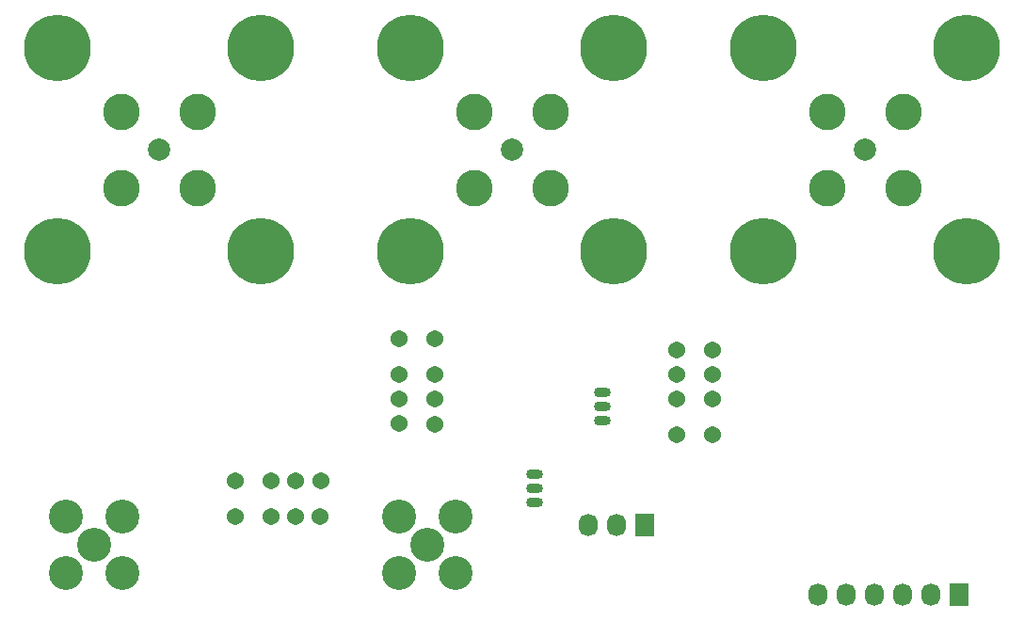
<source format=gbs>
G04 #@! TF.GenerationSoftware,KiCad,Pcbnew,(2017-09-22 revision df472e6)-master*
G04 #@! TF.CreationDate,2018-05-12T20:12:06-07:00*
G04 #@! TF.ProjectId,trswitch,74727377697463682E6B696361645F70,rev?*
G04 #@! TF.SameCoordinates,Original*
G04 #@! TF.FileFunction,Soldermask,Bot*
G04 #@! TF.FilePolarity,Negative*
%FSLAX46Y46*%
G04 Gerber Fmt 4.6, Leading zero omitted, Abs format (unit mm)*
G04 Created by KiCad (PCBNEW (2017-09-22 revision df472e6)-master) date Sat May 12 20:12:06 2018*
%MOMM*%
%LPD*%
G01*
G04 APERTURE LIST*
%ADD10C,1.540000*%
%ADD11R,1.727200X2.032000*%
%ADD12O,1.727200X2.032000*%
%ADD13O,1.501140X0.899160*%
%ADD14C,3.048000*%
%ADD15C,3.300000*%
%ADD16C,2.000000*%
%ADD17C,6.000000*%
G04 APERTURE END LIST*
D10*
X121158000Y-111760000D03*
X124358000Y-111760000D03*
X126558000Y-111760000D03*
X128758000Y-111760000D03*
X128818000Y-108560000D03*
X126558000Y-108560000D03*
X124358000Y-108560000D03*
X121158000Y-108560000D03*
X164084000Y-104394000D03*
X164084000Y-101194000D03*
X164084000Y-98994000D03*
X164084000Y-96794000D03*
X160884000Y-96734000D03*
X160884000Y-98994000D03*
X160884000Y-101194000D03*
X160884000Y-104394000D03*
X139090000Y-95758000D03*
X139090000Y-98958000D03*
X139090000Y-101158000D03*
X139090000Y-103418000D03*
X135890000Y-103358000D03*
X135890000Y-101158000D03*
X135890000Y-98958000D03*
X135890000Y-95758000D03*
D11*
X157988000Y-112522000D03*
D12*
X155448000Y-112522000D03*
X152908000Y-112522000D03*
D11*
X186300000Y-118800000D03*
D12*
X183760000Y-118800000D03*
X181220000Y-118800000D03*
X178680000Y-118800000D03*
X176140000Y-118800000D03*
X173600000Y-118800000D03*
D13*
X148082000Y-109220000D03*
X148082000Y-110490000D03*
X148082000Y-107950000D03*
X154178000Y-100584000D03*
X154178000Y-103124000D03*
X154178000Y-101854000D03*
D14*
X110998000Y-111760000D03*
X105918000Y-111760000D03*
X105918000Y-116840000D03*
X110998000Y-116840000D03*
X108458000Y-114300000D03*
X138430000Y-114300000D03*
X140970000Y-116840000D03*
X135890000Y-116840000D03*
X135890000Y-111760000D03*
X140970000Y-111760000D03*
D15*
X174370000Y-75310000D03*
D16*
X177800000Y-78740000D03*
D17*
X186918600Y-87858600D03*
X186918600Y-69621400D03*
X168681400Y-87858600D03*
X168681400Y-69621400D03*
D15*
X174370000Y-82170000D03*
X181230000Y-82170000D03*
X181230000Y-75310000D03*
X149480000Y-75310000D03*
X149480000Y-82170000D03*
X142620000Y-82170000D03*
D17*
X136931400Y-69621400D03*
X136931400Y-87858600D03*
X155168600Y-69621400D03*
X155168600Y-87858600D03*
D16*
X146050000Y-78740000D03*
D15*
X142620000Y-75310000D03*
X110870000Y-75310000D03*
D16*
X114300000Y-78740000D03*
D17*
X123418600Y-87858600D03*
X123418600Y-69621400D03*
X105181400Y-87858600D03*
X105181400Y-69621400D03*
D15*
X110870000Y-82170000D03*
X117730000Y-82170000D03*
X117730000Y-75310000D03*
M02*

</source>
